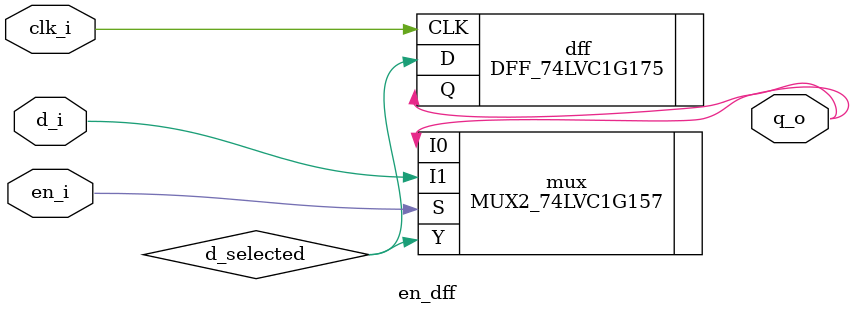
<source format=v>

module en_dff (
  input  en_i,
  input  clk_i,
  input  d_i,
  output q_o
);
  wire d_selected;

  MUX2_74LVC1G157 mux (
    .I0 ( q_o        ),
    .I1 ( d_i        ),
    .S  ( en_i       ),
    .Y  ( d_selected )
  );

  DFF_74LVC1G175 dff (
    .CLK   ( clk_i      ),
    .D     ( d_selected ),
    .Q     ( q_o        )
  );
endmodule

</source>
